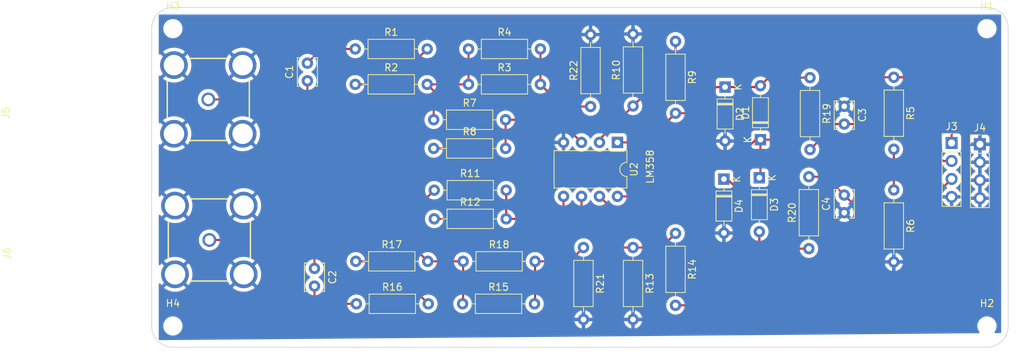
<source format=kicad_pcb>
(kicad_pcb (version 20221018) (generator pcbnew)
  (layers (0 "F.Cu" signal) (31 "B.Cu" signal) (34 "B.Paste" user) (35 "F.Paste" user) (36 "B.SilkS" user "B.Silkscreen") (37 "F.SilkS" user "F.Silkscreen") (38 "B.Mask" user) (39 "F.Mask" user) (44 "Edge.Cuts" user))
  (net 0 "")
  (net 1 "Net-(C1-Pad1)")
  (net 2 "Net-(C1-Pad2)")
  (net 3 "Net-(C2-Pad1)")
  (net 4 "Net-(C2-Pad2)")
  (net 5 "GND")
  (net 6 "/CH_1_OUT")
  (net 7 "/CH_2_OUT")
  (net 8 "+5V")
  (net 9 "Net-(D1-A)")
  (net 10 "Net-(D3-A)")
  (net 11 "Net-(R1-Pad2)")
  (net 12 "/CH_1")
  (net 13 "Net-(R22-Pad1)")
  (net 14 "/Ref_2.5v")
  (net 15 "Net-(U2A-+)")
  (net 16 "Net-(U2A--)")
  (net 17 "/CH_2")
  (net 18 "Net-(U2B-+)")
  (net 19 "Net-(U2B--)")
  (net 20 "Net-(R15-Pad2)")
  (net 21 "Net-(R16-Pad2)")
  (footprint "MountingHole:MountingHole_2.2mm_M2" (layer "F.Cu") (at 105 83)
    (fp_text reference "H3" (at 0 -3.2) (layer "F.SilkS"))
    (fp_text value "MountingHole")
    (pad "" np_thru_hole circle (at 0 0) (size 2.2 2.2) (drill 2.2) (layers "*.Cu" "*.Mask"))
  )
  (footprint "Resistor_THT:R_Axial_DIN0207_L6.3mm_D2.5mm_P10.16mm_Horizontal" (layer "F.Cu") (at 130.92 121.87)
    (fp_text reference "R16" (at 5.08 -2.37) (layer "F.SilkS"))
    (fp_text value "470k")
    (fp_line (start 1.04 0) (end 1.81 0) (stroke (width 0.12)) (layer "F.SilkS"))
    (fp_line (start 1.81 -1.37) (end 1.81 1.37) (stroke (width 0.12)) (layer "F.SilkS"))
    (fp_line (start 1.81 1.37) (end 8.35 1.37) (stroke (width 0.12)) (layer "F.SilkS"))
    (fp_line (start 8.35 -1.37) (end 1.81 -1.37) (stroke (width 0.12)) (layer "F.SilkS"))
    (fp_line (start 8.35 1.37) (end 8.35 -1.37) (stroke (width 0.12)) (layer "F.SilkS"))
    (fp_line (start 9.12 0) (end 8.35 0) (stroke (width 0.12)) (layer "F.SilkS"))
    (pad "1" thru_hole circle (at 0 0) (size 1.6 1.6) (drill 0.8) (layers "*.Cu" "*.Mask") (net 4 "Net-(C2-Pad2)"))
    (pad "2" thru_hole oval (at 10.16 0) (size 1.6 1.6) (drill 0.8) (layers "*.Cu" "*.Mask") (net 21 "Net-(R16-Pad2)"))
  )
  (footprint "Resistor_THT:R_Axial_DIN0207_L6.3mm_D2.5mm_P10.16mm_Horizontal" (layer "F.Cu") (at 206.84 105.79 -90)
    (fp_text reference "R6" (at 5.08 -2.37 90) (layer "F.SilkS"))
    (fp_text value "500k")
    (fp_line (start 1.04 0) (end 1.81 0) (stroke (width 0.12)) (layer "F.SilkS"))
    (fp_line (start 1.81 -1.37) (end 1.81 1.37) (stroke (width 0.12)) (layer "F.SilkS"))
    (fp_line (start 1.81 1.37) (end 8.35 1.37) (stroke (width 0.12)) (layer "F.SilkS"))
    (fp_line (start 8.35 -1.37) (end 1.81 -1.37) (stroke (width 0.12)) (layer "F.SilkS"))
    (fp_line (start 8.35 1.37) (end 8.35 -1.37) (stroke (width 0.12)) (layer "F.SilkS"))
    (fp_line (start 9.12 0) (end 8.35 0) (stroke (width 0.12)) (layer "F.SilkS"))
    (pad "1" thru_hole circle (at 0 0 270) (size 1.6 1.6) (drill 0.8) (layers "*.Cu" "*.Mask") (net 14 "/Ref_2.5v"))
    (pad "2" thru_hole oval (at 10.16 0 270) (size 1.6 1.6) (drill 0.8) (layers "*.Cu" "*.Mask") (net 5 "GND"))
  )
  (footprint "Diode_THT:D_DO-35_SOD27_P7.62mm_Horizontal" (layer "F.Cu") (at 188 98.68 90)
    (fp_text reference "D1" (at 3.81 -2.12 90) (layer "F.SilkS"))
    (fp_text value "1N4148")
    (fp_text user "K" (at 0 -1.8 90) (layer "F.SilkS"))
    (fp_line (start 1.04 0) (end 1.69 0) (stroke (width 0.12)) (layer "F.SilkS"))
    (fp_line (start 1.69 -1.12) (end 1.69 1.12) (stroke (width 0.12)) (layer "F.SilkS"))
    (fp_line (start 1.69 1.12) (end 5.93 1.12) (stroke (width 0.12)) (layer "F.SilkS"))
    (fp_line (start 2.29 -1.12) (end 2.29 1.12) (stroke (width 0.12)) (layer "F.SilkS"))
    (fp_line (start 2.41 -1.12) (end 2.41 1.12) (stroke (width 0.12)) (layer "F.SilkS"))
    (fp_line (start 2.53 -1.12) (end 2.53 1.12) (stroke (width 0.12)) (layer "F.SilkS"))
    (fp_line (start 5.93 -1.12) (end 1.69 -1.12) (stroke (width 0.12)) (layer "F.SilkS"))
    (fp_line (start 5.93 1.12) (end 5.93 -1.12) (stroke (width 0.12)) (layer "F.SilkS"))
    (fp_line (start 6.58 0) (end 5.93 0) (stroke (width 0.12)) (layer "F.SilkS"))
    (pad "1" thru_hole rect (at 0 0 90) (size 1.6 1.6) (drill 0.8) (layers "*.Cu" "*.Mask") (net 8 "+5V"))
    (pad "2" thru_hole oval (at 7.62 0 90) (size 1.6 1.6) (drill 0.8) (layers "*.Cu" "*.Mask") (net 9 "Net-(D1-A)"))
  )
  (footprint "Resistor_THT:R_Axial_DIN0207_L6.3mm_D2.5mm_P10.16mm_Horizontal" (layer "F.Cu") (at 170 113.92 -90)
    (fp_text reference "R13" (at 5.08 -2.37 90) (layer "F.SilkS"))
    (fp_text value "1M")
    (fp_line (start 1.04 0) (end 1.81 0) (stroke (width 0.12)) (layer "F.SilkS"))
    (fp_line (start 1.81 -1.37) (end 1.81 1.37) (stroke (width 0.12)) (layer "F.SilkS"))
    (fp_line (start 1.81 1.37) (end 8.35 1.37) (stroke (width 0.12)) (layer "F.SilkS"))
    (fp_line (start 8.35 -1.37) (end 1.81 -1.37) (stroke (width 0.12)) (layer "F.SilkS"))
    (fp_line (start 8.35 1.37) (end 8.35 -1.37) (stroke (width 0.12)) (layer "F.SilkS"))
    (fp_line (start 9.12 0) (end 8.35 0) (stroke (width 0.12)) (layer "F.SilkS"))
    (pad "1" thru_hole circle (at 0 0 270) (size 1.6 1.6) (drill 0.8) (layers "*.Cu" "*.Mask") (net 19 "Net-(U2B--)"))
    (pad "2" thru_hole oval (at 10.16 0 270) (size 1.6 1.6) (drill 0.8) (layers "*.Cu" "*.Mask") (net 5 "GND"))
  )
  (footprint "Resistor_THT:R_Axial_DIN0207_L6.3mm_D2.5mm_P10.16mm_Horizontal" (layer "F.Cu") (at 170 93.92 90)
    (fp_text reference "R10" (at 5.08 -2.37 90) (layer "F.SilkS"))
    (fp_text value "1M")
    (fp_line (start 1.04 0) (end 1.81 0) (stroke (width 0.12)) (layer "F.SilkS"))
    (fp_line (start 1.81 -1.37) (end 1.81 1.37) (stroke (width 0.12)) (layer "F.SilkS"))
    (fp_line (start 1.81 1.37) (end 8.35 1.37) (stroke (width 0.12)) (layer "F.SilkS"))
    (fp_line (start 8.35 -1.37) (end 1.81 -1.37) (stroke (width 0.12)) (layer "F.SilkS"))
    (fp_line (start 8.35 1.37) (end 8.35 -1.37) (stroke (width 0.12)) (layer "F.SilkS"))
    (fp_line (start 9.12 0) (end 8.35 0) (stroke (width 0.12)) (layer "F.SilkS"))
    (pad "1" thru_hole circle (at 0 0 90) (size 1.6 1.6) (drill 0.8) (layers "*.Cu" "*.Mask") (net 16 "Net-(U2A--)"))
    (pad "2" thru_hole oval (at 10.16 0 90) (size 1.6 1.6) (drill 0.8) (layers "*.Cu" "*.Mask") (net 5 "GND"))
  )
  (footprint "Resistor_THT:R_Axial_DIN0207_L6.3mm_D2.5mm_P10.16mm_Horizontal" (layer "F.Cu") (at 145.92 121.87)
    (fp_text reference "R15" (at 5.08 -2.37) (layer "F.SilkS"))
    (fp_text value "100k")
    (fp_line (start 1.04 0) (end 1.81 0) (stroke (width 0.12)) (layer "F.SilkS"))
    (fp_line (start 1.81 -1.37) (end 1.81 1.37) (stroke (width 0.12)) (layer "F.SilkS"))
    (fp_line (start 1.81 1.37) (end 8.35 1.37) (stroke (width 0.12)) (layer "F.SilkS"))
    (fp_line (start 8.35 -1.37) (end 1.81 -1.37) (stroke (width 0.12)) (layer "F.SilkS"))
    (fp_line (start 8.35 1.37) (end 8.35 -1.37) (stroke (width 0.12)) (layer "F.SilkS"))
    (fp_line (start 9.12 0) (end 8.35 0) (stroke (width 0.12)) (layer "F.SilkS"))
    (pad "1" thru_hole circle (at 0 0) (size 1.6 1.6) (drill 0.8) (layers "*.Cu" "*.Mask") (net 17 "/CH_2"))
    (pad "2" thru_hole oval (at 10.16 0) (size 1.6 1.6) (drill 0.8) (layers "*.Cu" "*.Mask") (net 20 "Net-(R15-Pad2)"))
  )
  (footprint "Capacitor_THT:C_Disc_D3.8mm_W2.6mm_P2.50mm" (layer "F.Cu") (at 199.84 109 90)
    (fp_text reference "C4" (at 1.25 -2.55 90) (layer "F.SilkS"))
    (fp_text value "100nF")
    (fp_line (start -0.77 -1.42) (end -0.77 -0.795) (stroke (width 0.12)) (layer "F.SilkS"))
    (fp_line (start -0.77 -1.42) (end 3.27 -1.42) (stroke (width 0.12)) (layer "F.SilkS"))
    (fp_line (start -0.77 0.795) (end -0.77 1.42) (stroke (width 0.12)) (layer "F.SilkS"))
    (fp_line (start -0.77 1.42) (end 3.27 1.42) (stroke (width 0.12)) (layer "F.SilkS"))
    (fp_line (start 3.27 -1.42) (end 3.27 -0.795) (stroke (width 0.12)) (layer "F.SilkS"))
    (fp_line (start 3.27 0.795) (end 3.27 1.42) (stroke (width 0.12)) (layer "F.SilkS"))
    (pad "1" thru_hole circle (at 0 0 90) (size 1.6 1.6) (drill 0.8) (layers "*.Cu" "*.Mask") (net 5 "GND"))
    (pad "2" thru_hole circle (at 2.5 0 90) (size 1.6 1.6) (drill 0.8) (layers "*.Cu" "*.Mask") (net 7 "/CH_2_OUT"))
  )
  (footprint "Connector_PinHeader_2.54mm:PinHeader_1x04_P2.54mm_Vertical" (layer "F.Cu") (at 219 99.33)
    (fp_text reference "J4" (at 0 -2.33) (layer "F.SilkS"))
    (fp_text value "Conn_01x04_Pin")
    (fp_line (start -1.33 -1.33) (end 0 -1.33) (stroke (width 0.12)) (layer "F.SilkS"))
    (fp_line (start -1.33 0) (end -1.33 -1.33) (stroke (width 0.12)) (layer "F.SilkS"))
    (fp_line (start -1.33 1.27) (end -1.33 8.95) (stroke (width 0.12)) (layer "F.SilkS"))
    (fp_line (start -1.33 1.27) (end 1.33 1.27) (stroke (width 0.12)) (layer "F.SilkS"))
    (fp_line (start -1.33 8.95) (end 1.33 8.95) (stroke (width 0.12)) (layer "F.SilkS"))
    (fp_line (start 1.33 1.27) (end 1.33 8.95) (stroke (width 0.12)) (layer "F.SilkS"))
    (pad "1" thru_hole rect (at 0 0) (size 1.7 1.7) (drill 1) (layers "*.Cu" "*.Mask") (net 5 "GND"))
    (pad "2" thru_hole oval (at 0 2.54) (size 1.7 1.7) (drill 1) (layers "*.Cu" "*.Mask") (net 5 "GND"))
    (pad "3" thru_hole oval (at 0 5.08) (size 1.7 1.7) (drill 1) (layers "*.Cu" "*.Mask") (net 5 "GND"))
    (pad "4" thru_hole oval (at 0 7.62) (size 1.7 1.7) (drill 1) (layers "*.Cu" "*.Mask") (net 5 "GND"))
  )
  (footprint "Resistor_THT:R_Axial_DIN0207_L6.3mm_D2.5mm_P10.16mm_Horizontal" (layer "F.Cu") (at 206.84 89.87 -90)
    (fp_text reference "R5" (at 5.08 -2.37 90) (layer "F.SilkS"))
    (fp_text value "500k")
    (fp_line (start 1.04 0) (end 1.81 0) (stroke (width 0.12)) (layer "F.SilkS"))
    (fp_line (start 1.81 -1.37) (end 1.81 1.37) (stroke (width 0.12)) (layer "F.SilkS"))
    (fp_line (start 1.81 1.37) (end 8.35 1.37) (stroke (width 0.12)) (layer "F.SilkS"))
    (fp_line (start 8.35 -1.37) (end 1.81 -1.37) (stroke (width 0.12)) (layer "F.SilkS"))
    (fp_line (start 8.35 1.37) (end 8.35 -1.37) (stroke (width 0.12)) (layer "F.SilkS"))
    (fp_line (start 9.12 0) (end 8.35 0) (stroke (width 0.12)) (layer "F.SilkS"))
    (pad "1" thru_hole circle (at 0 0 270) (size 1.6 1.6) (drill 0.8) (layers "*.Cu" "*.Mask") (net 8 "+5V"))
    (pad "2" thru_hole oval (at 10.16 0 270) (size 1.6 1.6) (drill 0.8) (layers "*.Cu" "*.Mask") (net 14 "/Ref_2.5v"))
  )
  (footprint "Resistor_THT:R_Axial_DIN0207_L6.3mm_D2.5mm_P10.16mm_Horizontal" (layer "F.Cu") (at 195 89.92 -90)
    (fp_text reference "R19" (at 5.08 -2.37 90) (layer "F.SilkS"))
    (fp_text value "1k")
    (fp_line (start 1.04 0) (end 1.81 0) (stroke (width 0.12)) (layer "F.SilkS"))
    (fp_line (start 1.81 -1.37) (end 1.81 1.37) (stroke (width 0.12)) (layer "F.SilkS"))
    (fp_line (start 1.81 1.37) (end 8.35 1.37) (stroke (width 0.12)) (layer "F.SilkS"))
    (fp_line (start 8.35 -1.37) (end 1.81 -1.37) (stroke (width 0.12)) (layer "F.SilkS"))
    (fp_line (start 8.35 1.37) (end 8.35 -1.37) (stroke (width 0.12)) (layer "F.SilkS"))
    (fp_line (start 9.12 0) (end 8.35 0) (stroke (width 0.12)) (layer "F.SilkS"))
    (pad "1" thru_hole circle (at 0 0 270) (size 1.6 1.6) (drill 0.8) (layers "*.Cu" "*.Mask") (net 9 "Net-(D1-A)"))
    (pad "2" thru_hole oval (at 10.16 0 270) (size 1.6 1.6) (drill 0.8) (layers "*.Cu" "*.Mask") (net 6 "/CH_1_OUT"))
  )
  (footprint "Connector_PinHeader_2.54mm:PinHeader_1x04_P2.54mm_Vertical" (layer "F.Cu") (at 215 99.15)
    (fp_text reference "J3" (at 0 -2.33) (layer "F.SilkS"))
    (fp_text value "Conn_01x04_Pin")
    (fp_line (start -1.33 -1.33) (end 0 -1.33) (stroke (width 0.12)) (layer "F.SilkS"))
    (fp_line (start -1.33 0) (end -1.33 -1.33) (stroke (width 0.12)) (layer "F.SilkS"))
    (fp_line (start -1.33 1.27) (end -1.33 8.95) (stroke (width 0.12)) (layer "F.SilkS"))
    (fp_line (start -1.33 1.27) (end 1.33 1.27) (stroke (width 0.12)) (layer "F.SilkS"))
    (fp_line (start -1.33 8.95) (end 1.33 8.95) (stroke (width 0.12)) (layer "F.SilkS"))
    (fp_line (start 1.33 1.27) (end 1.33 8.95) (stroke (width 0.12)) (layer "F.SilkS"))
    (pad "1" thru_hole rect (at 0 0) (size 1.7 1.7) (drill 1) (layers "*.Cu" "*.Mask") (net 8 "+5V"))
    (pad "2" thru_hole oval (at 0 2.54) (size 1.7 1.7) (drill 1) (layers "*.Cu" "*.Mask") (net 6 "/CH_1_OUT"))
    (pad "3" thru_hole oval (at 0 5.08) (size 1.7 1.7) (drill 1) (layers "*.Cu" "*.Mask") (net 7 "/CH_2_OUT"))
    (pad "4" thru_hole oval (at 0 7.62) (size 1.7 1.7) (drill 1) (layers "*.Cu" "*.Mask") (net 5 "GND"))
  )
  (footprint "Resistor_THT:R_Axial_DIN0207_L6.3mm_D2.5mm_P10.16mm_Horizontal" (layer "F.Cu") (at 176 111.92 -90)
    (fp_text reference "R14" (at 5.08 -2.37 90) (layer "F.SilkS"))
    (fp_text value "1M")
    (fp_line (start 1.04 0) (end 1.81 0) (stroke (width 0.12)) (layer "F.SilkS"))
    (fp_line (start 1.81 -1.37) (end 1.81 1.37) (stroke (width 0.12)) (layer "F.SilkS"))
    (fp_line (start 1.81 1.37) (end 8.35 1.37) (stroke (width 0.12)) (layer "F.SilkS"))
    (fp_line (start 8.35 -1.37) (end 1.81 -1.37) (stroke (width 0.12)) (layer "F.SilkS"))
    (fp_line (start 8.35 1.37) (end 8.35 -1.37) (stroke (width 0.12)) (layer "F.SilkS"))
    (fp_line (start 9.12 0) (end 8.35 0) (stroke (width 0.12)) (layer "F.SilkS"))
    (pad "1" thru_hole circle (at 0 0 270) (size 1.6 1.6) (drill 0.8) (layers "*.Cu" "*.Mask") (net 19 "Net-(U2B--)"))
    (pad "2" thru_hole oval (at 10.16 0 270) (size 1.6 1.6) (drill 0.8) (layers "*.Cu" "*.Mask") (net 10 "Net-(D3-A)"))
  )
  (footprint "Resistor_THT:R_Axial_DIN0207_L6.3mm_D2.5mm_P10.16mm_Horizontal" (layer "F.Cu") (at 130.76 90.87)
    (fp_text reference "R2" (at 5.08 -2.37) (layer "F.SilkS"))
    (fp_text value "470k")
    (fp_line (start 1.04 0) (end 1.81 0) (stroke (width 0.12)) (layer "F.SilkS"))
    (fp_line (start 1.81 -1.37) (end 1.81 1.37) (stroke (width 0.12)) (layer "F.SilkS"))
    (fp_line (start 1.81 1.37) (end 8.35 1.37) (stroke (width 0.12)) (layer "F.SilkS"))
    (fp_line (start 8.35 -1.37) (end 1.81 -1.37) (stroke (width 0.12)) (layer "F.SilkS"))
    (fp_line (start 8.35 1.37) (end 8.35 -1.37) (stroke (width 0.12)) (layer "F.SilkS"))
    (fp_line (start 9.12 0) (end 8.35 0) (stroke (width 0.12)) (layer "F.SilkS"))
    (pad "1" thru_hole circle (at 0 0) (size 1.6 1.6) (drill 0.8) (layers "*.Cu" "*.Mask") (net 11 "Net-(R1-Pad2)"))
    (pad "2" thru_hole oval (at 10.16 0) (size 1.6 1.6) (drill 0.8) (layers "*.Cu" "*.Mask") (net 12 "/CH_1"))
  )
  (footprint "Resistor_THT:R_Axial_DIN0207_L6.3mm_D2.5mm_P10.16mm_Horizontal" (layer "F.Cu") (at 194.84 114.08 90)
    (fp_text reference "R20" (at 5.08 -2.37 90) (layer "F.SilkS"))
    (fp_text value "1k")
    (fp_line (start 1.04 0) (end 1.81 0) (stroke (width 0.12)) (layer "F.SilkS"))
    (fp_line (start 1.81 -1.37) (end 1.81 1.37) (stroke (width 0.12)) (layer "F.SilkS"))
    (fp_line (start 1.81 1.37) (end 8.35 1.37) (stroke (width 0.12)) (layer "F.SilkS"))
    (fp_line (start 8.35 -1.37) (end 1.81 -1.37) (stroke (width 0.12)) (layer "F.SilkS"))
    (fp_line (start 8.35 1.37) (end 8.35 -1.37) (stroke (width 0.12)) (layer "F.SilkS"))
    (fp_line (start 9.12 0) (end 8.35 0) (stroke (width 0.12)) (layer "F.SilkS"))
    (pad "1" thru_hole circle (at 0 0 90) (size 1.6 1.6) (drill 0.8) (layers "*.Cu" "*.Mask") (net 10 "Net-(D3-A)"))
    (pad "2" thru_hole oval (at 10.16 0 90) (size 1.6 1.6) (drill 0.8) (layers "*.Cu" "*.Mask") (net 7 "/CH_2_OUT"))
  )
  (footprint "MountingHole:MountingHole_2.2mm_M2" (layer "F.Cu") (at 220 125)
    (fp_text reference "H2" (at 0 -3.2) (layer "F.SilkS"))
    (fp_text value "MountingHole")
    (pad "" np_thru_hole circle (at 0 0) (size 2.2 2.2) (drill 2.2) (layers "*.Cu" "*.Mask"))
  )
  (footprint "Resistor_THT:R_Axial_DIN0207_L6.3mm_D2.5mm_P10.16mm_Horizontal" (layer "F.Cu") (at 176 84.79 -90)
    (fp_text reference "R9" (at 5.08 -2.37 90) (layer "F.SilkS"))
    (fp_text value "1M")
    (fp_line (start 1.04 0) (end 1.81 0) (stroke (width 0.12)) (layer "F.SilkS"))
    (fp_line (start 1.81 -1.37) (end 1.81 1.37) (stroke (width 0.12)) (layer "F.SilkS"))
    (fp_line (start 1.81 1.37) (end 8.35 1.37) (stroke (width 0.12)) (layer "F.SilkS"))
    (fp_line (start 8.35 -1.37) (end 1.81 -1.37) (stroke (width 0.12)) (layer "F.SilkS"))
    (fp_line (start 8.35 1.37) (end 8.35 -1.37) (stroke (width 0.12)) (layer "F.SilkS"))
    (fp_line (start 9.12 0) (end 8.35 0) (stroke (width 0.12)) (layer "F.SilkS"))
    (pad "1" thru_hole circle (at 0 0 270) (size 1.6 1.6) (drill 0.8) (layers "*.Cu" "*.Mask") (net 16 "Net-(U2A--)"))
    (pad "2" thru_hole oval (at 10.16 0 270) (size 1.6 1.6) (drill 0.8) (layers "*.Cu" "*.Mask") (net 9 "Net-(D1-A)"))
  )
  (footprint "Resistor_THT:R_Axial_DIN0207_L6.3mm_D2.5mm_P10.16mm_Horizontal" (layer "F.Cu") (at 141.92 105.82)
    (fp_text reference "R11" (at 5.08 -2.37) (layer "F.SilkS"))
    (fp_text value "1M")
    (fp_line (start 1.04 0) (end 1.81 0) (stroke (width 0.12)) (layer "F.SilkS"))
    (fp_line (start 1.81 -1.37) (end 1.81 1.37) (stroke (width 0.12)) (layer "F.SilkS"))
    (fp_line (start 1.81 1.37) (end 8.35 1.37) (stroke (width 0.12)) (layer "F.SilkS"))
    (fp_line (start 8.35 -1.37) (end 1.81 -1.37) (stroke (width 0.12)) (layer "F.SilkS"))
    (fp_line (start 8.35 1.37) (end 8.35 -1.37) (stroke (width 0.12)) (layer "F.SilkS"))
    (fp_line (start 9.12 0) (end 8.35 0) (stroke (width 0.12)) (layer "F.SilkS"))
    (pad "1" thru_hole circle (at 0 0) (size 1.6 1.6) (drill 0.8) (layers "*.Cu" "*.Mask") (net 17 "/CH_2"))
    (pad "2" thru_hole oval (at 10.16 0) (size 1.6 1.6) (drill 0.8) (layers "*.Cu" "*.Mask") (net 18 "Net-(U2B-+)"))
  )
  (footprint "Resistor_THT:R_Axial_DIN0207_L6.3mm_D2.5mm_P10.16mm_Horizontal" (layer "F.Cu") (at 141.84 99.92)
    (fp_text reference "R8" (at 5.08 -2.37) (layer "F.SilkS"))
    (fp_text value "1M")
    (fp_line (start 1.04 0) (end 1.81 0) (stroke (width 0.12)) (layer "F.SilkS"))
    (fp_line (start 1.81 -1.37) (end 1.81 1.37) (stroke (width 0.12)) (layer "F.SilkS"))
    (fp_line (start 1.81 1.37) (end 8.35 1.37) (stroke (width 0.12)) (layer "F.SilkS"))
    (fp_line (start 8.35 -1.37) (end 1.81 -1.37) (stroke (width 0.12)) (layer "F.SilkS"))
    (fp_line (start 8.35 1.37) (end 8.35 -1.37) (stroke (width 0.12)) (layer "F.SilkS"))
    (fp_line (start 9.12 0) (end 8.35 0) (stroke (width 0.12)) (layer "F.SilkS"))
    (pad "1" thru_hole circle (at 0 0) (size 1.6 1.6) (drill 0.8) (layers "*.Cu" "*.Mask") (net 14 "/Ref_2.5v"))
    (pad "2" thru_hole oval (at 10.16 0) (size 1.6 1.6) (drill 0.8) (layers "*.Cu" "*.Mask") (net 15 "Net-(U2A-+)"))
  )
  (footprint "Capacitor_THT:C_Disc_D3.8mm_W2.6mm_P2.50mm" (layer "F.Cu") (at 125 116.87 -90)
    (fp_text reference "C2" (at 1.25 -2.55 -90) (layer "F.SilkS"))
    (fp_text value "100pF")
    (fp_line (start -0.77 -1.42) (end -0.77 -0.795) (stroke (width 0.12)) (layer "F.SilkS"))
    (fp_line (start -0.77 -1.42) (end 3.27 -1.42) (stroke (width 0.12)) (layer "F.SilkS"))
    (fp_line (start -0.77 0.795) (end -0.77 1.42) (stroke (width 0.12)) (layer "F.SilkS"))
    (fp_line (start -0.77 1.42) (end 3.27 1.42) (stroke (width 0.12)) (layer "F.SilkS"))
    (fp_line (start 3.27 -1.42) (end 3.27 -0.795) (stroke (width 0.12)) (layer "F.SilkS"))
    (fp_line (start 3.27 0.795) (end 3.27 1.42) (stroke (width 0.12)) (layer "F.SilkS"))
    (pad "1" thru_hole circle (at 0 0 270) (size 1.6 1.6) (drill 0.8) (layers "*.Cu" "*.Mask") (net 3 "Net-(C2-Pad1)"))
    (pad "2" thru_hole circle (at 2.5 0 270) (size 1.6 1.6) (drill 0.8) (layers "*.Cu" "*.Mask") (net 4 "Net-(C2-Pad2)"))
  )
  (footprint "Resistor_THT:R_Axial_DIN0207_L6.3mm_D2.5mm_P10.16mm_Horizontal" (layer "F.Cu") (at 141.84 95.87)
    (fp_text reference "R7" (at 5.08 -2.37) (layer "F.SilkS"))
    (fp_text value "1M")
    (fp_line (start 1.04 0) (end 1.81 0) (stroke (width 0.12)) (layer "F.SilkS"))
    (fp_line (start 1.81 -1.37) (end 1.81 1.37) (stroke (width 0.12)) (layer "F.SilkS"))
    (fp_line (start 1.81 1.37) (end 8.35 1.37) (stroke (width 0.12)) (layer "F.SilkS"))
    (fp_line (start 8.35 -1.37) (end 1.81 -1.37) (stroke (width 0.12)) (layer "F.SilkS"))
    (fp_line (start 8.35 1.37) (end 8.35 -1.37) (stroke (width 0.12)) (layer "F.SilkS"))
    (fp_line (start 9.12 0) (end 8.35 0) (stroke (width 0.12)) (layer "F.SilkS"))
    (pad "1" thru_hole circle (at 0 0) (size 1.6 1.6) (drill 0.8) (layers "*.Cu" "*.Mask") (net 12 "/CH_1"))
    (pad "2" thru_hole oval (at 10.16 0) (size 1.6 1.6) (drill 0.8) (layers "*.Cu" "*.Mask") (net 15 "Net-(U2A-+)"))
  )
  (footprint "Package_DIP:DIP-8_W7.62mm" (layer "F.Cu") (at 167.8 99.07 -90)
    (fp_text reference "U2" (at 3.81 -2.33 90) (layer "F.SilkS"))
    (fp_text value "LM358")
    (fp_line (start 1.16 -1.33) (end 1.16 8.95) (stroke (width 0.12)) (layer "F.SilkS"))
    (fp_line (start 1.16 8.95) (end 6.46 8.95) (stroke (width 0.12)) (layer "F.SilkS"))
    (fp_line (start 2.81 -1.33) (end 1.16 -1.33) (stroke (width 0.12)) (layer "F.SilkS"))
    (fp_line (start 6.46 -1.33) (end 4.81 -1.33) (stroke (width 0.12)) (layer "F.SilkS"))
    (fp_line (start 6.46 8.95) (end 6.46 -1.33) (stroke (width 0.12)) (layer "F.SilkS"))
    (fp_arc (start 4.81 -1.33) (mid 3.81 -0.33) (end 2.81 -1.33) (stroke (width 0.12)) (layer "F.SilkS"))
    (pad "1" thru_hole rect (at 0 0 270) (size 1.6 1.6) (drill 0.8) (layers "*.Cu" "*.Mask") (net 9 "Net-(D1-A)"))
    (pad "2" thru_hole oval (at 0 2.54 270) (size 1.6 1.6) (drill 0.8) (layers "*.Cu" "*.Mask") (net 16 "Net-(U2A--)"))
    (pad "3" thru_hole oval (at 0 5.08 270) (size 1.6 1.6) (drill 0.8) (layers "*.Cu" "*.Mask") (net 15 "Net-(U2A-+)"))
    (pad "4" thru_hole oval (at 0 7.62 270) (size 1.6 1.6) (drill 0.8) (layers "*.Cu" "*.Mask") (net 5 "GND"))
    (pad "5" thru_hole oval (at 7.62 7.62 270) (size 1.6 1.6) (drill 0.8) (layers "*.Cu" "*.Mask") (net 18 "Net-(U2B-+)"))
    (pad "6" thru_hole oval (at 7.62 5.08 270) (size 1.6 1.6) (drill 0.8) (layers "*.Cu" "*.Mask") (net 19 "Net-(U2B--)"))
    (pad "7" thru_hole oval (at 7.62 2.54 270) (size 1.6 1.6) (drill 0.8) (layers "*.Cu" "*.Mask") (net 10 "Net-(D3-A)"))
    (pad "8" thru_hole oval (at 7.62 0 270) (size 1.6 1.6) (drill 0.8) (layers "*.Cu" "*.Mask") (net 8 "+5V"))
  )
  (footprint "Resistor_THT:R_Axial_DIN0207_L6.3mm_D2.5mm_P10.16mm_Horizontal" (layer "F.Cu") (at 146.76 90.87)
    (fp_text reference "R3" (at 5.08 -2.37) (layer "F.SilkS"))
    (fp_text value "100k")
    (fp_line (start 1.04 0) (end 1.81 0) (stroke (width 0.12)) (layer "F.SilkS"))
    (fp_line (start 1.81 -1.37) (end 1.81 1.37) (stroke (width 0.12)) (layer "F.SilkS"))
    (fp_line (start 1.81 1.37) (end 8.35 1.37) (stroke (width 0.12)) (layer "F.SilkS"))
    (fp_line (start 8.35 -1.37) (end 1.81 -1.37) (stroke (width 0.12)) (layer "F.SilkS"))
    (fp_line (start 8.35 1.37) (end 8.35 -1.37) (stroke (width 0.12)) (layer "F.SilkS"))
    (fp_line (start 9.12 0) (end 8.35 0) (stroke (width 0.12)) (layer "F.SilkS"))
    (pad "1" thru_hole circle (at 0 0) (size 1.6 1.6) (drill 0.8) (layers "*.Cu" "*.Mask") (net 12 "/CH_1"))
    (pad "2" thru_hole oval (at 10.16 0) (size 1.6 1.6) (drill 0.8) (layers "*.Cu" "*.Mask") (net 13 "Net-(R22-Pad1)"))
  )
  (footprint "Resistor_THT:R_Axial_DIN0207_L6.3mm_D2.5mm_P10.16mm_Horizontal" (layer "F.Cu") (at 146.76 85.87)
    (fp_text reference "R4" (at 5.08 -2.37) (layer "F.SilkS"))
    (fp_text value "100k")
    (fp_line (start 1.04 0) (end 1.81 0) (stroke (width 0.12)) (layer "F.SilkS"))
    (fp_line (start 1.81 -1.37) (end 1.81 1.37) (stroke (width 0.12)) (layer "F.SilkS"))
    (fp_line (start 1.81 1.37) (end 8.35 1.37) (stroke (width 0.12)) (layer "F.SilkS"))
    (fp_line (start 8.35 -1.37) (end 1.81 -1.37) (stroke (width 0.12)) (layer "F.SilkS"))
    (fp_line (start 8.35 1.37) (end 8.35 -1.37) (stroke (width 0.12)) (layer "F.SilkS"))
    (fp_line (start 9.12 0) (end 8.35 0) (stroke (width 0.12)) (layer "F.SilkS"))
    (pad "1" thru_hole circle (at 0 0) (size 1.6 1.6) (drill 0.8) (layers "*.Cu" "*.Mask") (net 12 "/CH_1"))
    (pad "2" thru_hole oval (at 10.16 0) (size 1.6 1.6) (drill 0.8) (layers "*.Cu" "*.Mask") (net 13 "Net-(R22-Pad1)"))
  )
  (footprint "Capacitor_THT:C_Disc_D3.8mm_W2.6mm_P2.50mm" (layer "F.Cu") (at 124 90.37 90)
    (fp_text reference "C1" (at 1.25 -2.55 90) (layer "F.SilkS"))
    (fp_text value "100pF")
    (fp_line (start -0.77 -1.42) (end -0.77 -0.795) (stroke (width 0.12)) (layer "F.SilkS"))
    (fp_line (start -0.77 -1.42) (end 3.27 -1.42) (stroke (width 0.12)) (layer "F.SilkS"))
    (fp_line (start -0.77 0.795) (end -0.77 1.42) (stroke (width 0.12)) (layer "F.SilkS"))
    (fp_line (start -0.77 1.42) (end 3.27 1.42) (stroke (width 0.12)) (layer "F.SilkS"))
    (fp_line (start 3.27 -1.42) (end 3.27 -0.795) (stroke (width 0.12)) (layer "F.SilkS"))
    (fp_line (start 3.27 0.795) (end 3.27 1.42) (stroke (width 0.12)) (layer "F.SilkS"))
    (pad "1" thru_hole circle (at 0 0 90) (size 1.6 1.6) (drill 0.8) (layers "*.Cu" "*.Mask") (net 1 "Net-(C1-Pad1)"))
    (pad "2" thru_hole circle (at 2.5 0 90) (size 1.6 1.6) (drill 0.8) (layers "*.Cu" "*.Mask") (net 2 "Net-(C1-Pad2)"))
  )
  (footprint "Resistor_THT:R_Axial_DIN0207_L6.3mm_D2.5mm_P10.16mm_Horizontal" (layer "F.Cu") (at 130.84 115.87)
    (fp_text reference "R17" (at 5.08 -2.37) (layer "F.SilkS"))
    (fp_text value "470k")
    (fp_line (start 1.04 0) (end 1.81 0) (stroke (width 0.12)) (layer "F.SilkS"))
    (fp_line (start 1.81 -1.37) (end 1.81 1.37) (stroke (width 0.12)) (layer "F.SilkS"))
    (fp_line (start 1.81 1.37) (end 8.35 1.37) (stroke (width 0.12)) (layer "F.SilkS"))
    (fp_line (start 8.35 -1.37) (end 1.81 -1.37) (stroke (width 0.12)) (layer "F.SilkS"))
    (fp_line (start 8.35 1.37) (end 8.35 -1.37) (stroke (width 0.12)) (layer "F.SilkS"))
    (fp_line (start 9.12 0) (end 8.35 0) (stroke (width 0.12)) (layer "F.SilkS"))
    (pad "1" thru_hole circle (at 0 0) (size 1.6 1.6) (drill 0.8) (layers "*.Cu" "*.Mask") (net 21 "Net-(R16-Pad2)"))
    (pad "2" thru_hole oval (at 10.16 0) (size 1.6 1.6) (drill 0.8) (layers "*.Cu" "*.Mask") (net 17 "/CH_2"))
  )
  (footprint "Resistor_THT:R_Axial_DIN0207_L6.3mm_D2.5mm_P10.16mm_Horizontal" (layer "F.Cu") (at 146 115.87)
    (fp_text reference "R18" (at 5.08 -2.37) (layer "F.SilkS"))
    (fp_text value "100k")
    (fp_line (start 1.04 0) (end 1.81 0) (stroke (width 0.12)) (layer "F.SilkS"))
    (fp_line (start 1.81 -1.37) (end 1.81 1.37) (stroke (width 0.12)) (layer "F.SilkS"))
    (fp_line (start 1.81 1.37) (end 8.35 1.37) (stroke (width 0.12)) (layer "F.SilkS"))
    (fp_line (start 8.35 -1.37) (end 1.81 -1.37) (stroke (width 0.12)) (layer "F.SilkS"))
    (fp_line (start 8.35 1.37) (end 8.35 -1.37) (stroke (width 0.12)) (layer "F.SilkS"))
    (fp_line (start 9.12 0) (end 8.35 0) (stroke (width 0.12)) (layer "F.SilkS"))
    (pad "1" thru_hole circle (at 0 0) (size 1.6 1.6) (drill 0.8) (layers "*.Cu" "*.Mask") (net 17 "/CH_2"))
    (pad "2" thru_hole oval (at 10.16 0) (size 1.6 1.6) (drill 0.8) (layers "*.Cu" "*.Mask") (net 20 "Net-(R15-Pad2)"))
  )
  (footprint "Diode_THT:D_DO-35_SOD27_P7.62mm_Horizontal" (layer "F.Cu") (at 183 91.25 -90)
    (fp_text reference "D2" (at 3.81 -2.12 90) (layer "F.SilkS"))
    (fp_text value "1N4148")
    (fp_text user "K" (at 0 -1.8 90) (layer "F.SilkS"))
    (fp_line (start 1.04 0) (end 1.69 0) (stroke (width 0.12)) (layer "F.SilkS"))
    (fp_line (start 1.69 -1.12) (end 1.69 1.12) (stroke (width 0.12)) (layer "F.SilkS"))
    (fp_line (start 1.69 1.12) (end 5.93 1.12) (stroke (width 0.12)) (layer "F.SilkS"))
    (fp_line (start 2.29 -1.12) (end 2.29 1.12) (stroke (width 0.12)) (layer "F.SilkS"))
    (fp_line (start 2.41 -1.12) (end 2.41 1.12) (stroke (width 0.12)) (layer "F.SilkS"))
    (fp_line (start 2.53 -1.12) (end 2.53 1.12) (stroke (width 0.12)) (layer "F.SilkS"))
    (fp_line (start 5.93 -1.12) (end 1.69 -1.12) (stroke (width 0.12)) (layer "F.SilkS"))
    (fp_line (start 5.93 1.12) (end 5.93 -1.12) (stroke (width 0.12)) (layer "F.SilkS"))
    (fp_line (start 6.58 0) (end 5.93 0) (stroke (width 0.12)) (layer "F.SilkS"))
    (pad "1" thru_hole rect (at 0 0 270) (size 1.6 1.6) (drill 0.8) (layers "*.Cu" "*.Mask") (net 9 "Net-(D1-A)"))
    (pad "2" thru_hole oval (at 7.62 0 270) (size 1.6 1.6) (drill 0.8) (layers "*.Cu" "*.Mask") (net 5 "GND"))
  )
  (footprint "BNC7T-J-P-XX-RA-BH1:SAMTEC_BNC7T-J-P-XX-RA-BH1" (layer "F.Cu") (at 110 93 90)
    (fp_text reference "J5" (at -1.905 -28.575 90) (layer "F.SilkS"))
    (fp_text value "BNC7T-J-P-XX-RA-BH1")
    (fp_line (start -5.8 -2.65) (end -5.8 2.65) (stroke (width 0.2)) (layer "F.SilkS"))
    (fp_line (start -2.65 -5.8) (end 2.65 -5.8) (stroke (width 0.2)) (layer "F.SilkS"))
    (fp_line (start -2.65 5.8) (end 2.65 5.8) (stroke (width 0.2)) (layer "F.SilkS"))
    (fp_line (start 5.8 2.65) (end 5.8 -2.65) (stroke (width 0.2)) (layer "F.SilkS"))
    (pad "1" thru_hole circle (at 0 0 90) (size 1.95 1.95) (drill 1.3) (layers "*.Cu" "*.Mask") (net 1 "Net-(C1-Pad1)"))
    (pad "S1" thru_hole circle (at -4.85 -4.85 90) (size 3.916 3.916) (drill 2.9) (layers "*.Cu" "*.Mask") (net 5 "GND"))
    (pad "S2" thru_hole circle (at 4.85 -4.85 90) (size 3.916 3.916) (drill 2.9) (layers "*.Cu" "*.Mask") (net 5 "GND"))
    (pad "S3" thru_hole circle (at 4.85 4.85 90) (size 3.916 3.916) (drill 2.9) (layers "*.Cu" "*.Mask") (net 5 "GND"))
    (pad "S4" thru_hole circle (at -4.85 4.85 90) (size 3.916 3.916) (drill 2.9) (layers "*.Cu" "*.Mask") (net 5 "GND"))
  )
  (footprint "Diode_THT:D_DO-35_SOD27_P7.62mm_Horizontal" (layer "F.Cu") (at 182.84 104.25 -90)
    (fp_text reference "D4" (at 3.81 -2.12 90) (layer "F.SilkS"))
    (fp_text value "1N4148")
    (fp_text user "K" (at 0 -1.8 90) (layer "F.SilkS"))
    (fp_line (start 1.04 0) (end 1.69 0) (stroke (width 0.12)) (layer "F.SilkS"))
    (fp_line (start 1.69 -1.12) (end 1.69 1.12) (stroke (width 0.12)) (layer "F.SilkS"))
    (fp_line (start 1.69 1.12) (end 5.93 1.12) (stroke (width 0.12)) (layer "F.SilkS"))
    (fp_line (start 2.29 -1.12) (end 2.29 1.12) (stroke (width 0.12)) (layer "F.SilkS"))
    (fp_line (start 2.41 -1.12) (end 2.41 1.12) (stroke (width 0.12)) (layer "F.SilkS"))
    (fp_line (start 2.53 -1.12) (end 2.53 1.12) (stroke (width 0.12)) (layer "F.SilkS"))
    (fp_line (start 5.93 -1.12) (end 1.69 -1.12) (stroke (width 0.12)) (layer "F.SilkS"))
    (fp_line (start 5.93 1.12) (end 5.93 -1.12) (stroke (width 0.12)) (layer "F.SilkS"))
    (fp_line (start 6.58 0) (end 5.93 0) (stroke (width 0.12)) (layer "F.SilkS"))
    (pad "1" thru_hole rect (at 0 0 270) (size 1.6 1.6) (drill 0.8) (layers "*.Cu" "*.Mask") (net 10 "Net-(D3-A)"))
    (pad "2" thru_hole oval (at 7.62 0 270) (size 1.6 1.6) (drill 0.8) (layers "*.Cu" "*.Mask") (net 5 "GND"))
  )
  (footprint "Capacitor_THT:C_Disc_D3.8mm_W2.6mm_P2.50mm" (layer "F.Cu") (at 199.84 93.97 -90)
    (fp_text reference "C3" (at 1.25 -2.55 -90) (layer "F.SilkS"))
    (fp_text value "100nF")
    (fp_line (start -0.77 -1.42) (end -0.77 -0.795) (stroke (width 0.12)) (layer "F.SilkS"))
    (fp_line (start -0.77 -1.42) (end 3.27 -1.42) (stroke (width 0.12)) (layer "F.SilkS"))
    (fp_line (start -0.77 0.795) (end -0.77 1.42) (stroke (width 0.12)) (layer "F.SilkS"))
    (fp_line (start -0.77 1.42) (end 3.27 1.42) (stroke (width 0.12)) (layer "F.SilkS"))
    (fp_line (start 3.27 -1.42) (end 3.27 -0.795) (stroke (width 0.12)) (layer "F.SilkS"))
    (fp_line (start 3.27 0.795) (end 3.27 1.42) (stroke (width 0.12)) (layer "F.SilkS"))
    (pad "1" thru_hole circle (at 0 0 270) (size 1.6 1.6) (drill 0.8) (layers "*.Cu" "*.Mask") (net 5 "GND"))
    (pad "2" thru_hole circle (at 2.5 0 270) (size 1.6 1.6) (drill 0.8) (layers "*.Cu" "*.Mask") (net 6 "/CH_1_OUT"))
  )
  (footprint "Resistor_THT:R_Axial_DIN0207_L6.3mm_D2.5mm_P10.16mm_Horizontal" (layer "F.Cu") (at 163 113.92 -90)
    (fp_text reference "R21" (at 5.08 -2.37 90) (layer "F.SilkS"))
    (fp_text value "10k")
    (fp_line (start 1.04 0) (end 1.81 0) (stroke (width 0.12)) (layer "F.SilkS"))
    (fp_line (start 1.81 -1.37) (end 1.81 1.37) (stroke (width 0.12)) (layer "F.SilkS"))
    (fp_line (start 1.81 1.37) (end 8.35 1.37) (stroke (width 0.12)) (layer "F.SilkS"))
    (fp_line (start 8.35 -1.37) (end 1.81 -1.37) (stroke (width 0.12)) (layer "F.SilkS"))
    (fp_line (start 8.35 1.37) (end 8.35 -1.37) (stroke (width 0.12)) (layer "F.SilkS"))
    (fp_line (start 9.12 0) (end 8.35 0) (stroke (width 0.12)) (layer "F.SilkS"))
    (pad "1" thru_hole circle (at 0 0 270) (size 1.6 1.6) (drill 0.8) (layers "*.Cu" "*.Mask") (net 20 "Net-(R15-Pad2)"))
    (pad "2" thru_hole oval (at 10.16 0 270) (size 1.6 1.6) (drill 0.8) (layers "*.Cu" "*.Mask") (net 5 "GND"))
  )
  (footprint "MountingHole:MountingHole_2.2mm_M2" (layer "F.Cu") (at 105 125)
    (fp_text reference "H4" (at 0 -3.2) (layer "F.SilkS"))
    (fp_text value "MountingHole")
    (pad "" np_thru_hole circle (at 0 0) (size 2.2 2.2) (drill 2.2) (layers "*.Cu" "*.Mask"))
  )
  (footprint "Resistor_THT:R_Axial_DIN0207_L6.3mm_D2.5mm_P10.16mm_Horizontal" (layer "F.Cu") (at 130.76 85.87)
    (fp_text reference "R1" (at 5.08 -2.37) (layer "F.SilkS"))
    (fp_text value "470k")
    (fp_line (start 1.04 0) (end 1.81 0) (stroke (width 0.12)) (layer "F.SilkS"))
    (fp_line (start 1.81 -1.37) (end 1.81 1.37) (stroke (width 0.12)) (layer "F.SilkS"))
    (fp_line (start 1.81 1.37) (end 8.35 1.37) (stroke (width 0.12)) (layer "F.SilkS"))
    (fp_line (start 8.35 -1.37) (end 1.81 -1.37) (stroke (width 0.12)) (layer "F.SilkS"))
    (fp_line (start 8.35 1.37) (end 8.35 -1.37) (stroke (width 0.12)) (layer "F.SilkS"))
    (fp_line (start 9.12 0) (end 8.35 0) (stroke (width 0.12)) (layer "F.SilkS"))
    (pad "1" thru_hole circle (at 0 0) (size 1.6 1.6) (drill 0.8) (layers "*.Cu" "*.Mask") (net 2 "Net-(C1-Pad2)"))
    (pad "2" thru_hole oval (at 10.16 0) (size 1.6 1.6) (drill 0.8) (layers "*.Cu" "*.Mask") (net 11 "Net-(R1-Pad2)"))
  )
  (footprint "MountingHole:MountingHole_2.2mm_M2" (layer "F.Cu") (at 220 83)
    (fp_text reference "H1" (at 0 -3.2) (layer "F.SilkS"))
    (fp_text value "MountingHole")
    (pad "" np_thru_hole circle (at 0 0) (size 2.2 2.2) (drill 2.2) (layers "*.Cu" "*.Mask"))
  )
  (footprint "Diode_THT:D_DO-35_SOD27_P7.62mm_Horizontal" (layer "F.Cu") (at 187.84 104.06 -90)
    (fp_text reference "D3" (at 3.81 -2.12 90) (layer "F.SilkS"))
    (fp_text value "1N4148")
    (fp_text user "K" (at 0 -1.8 90) (layer "F.SilkS"))
    (fp_line (start 1.04 0) (end 1.69 0) (stroke (width 0.12)) (layer "F.SilkS"))
    (fp_line (start 1.69 -1.12) (end 1.69 1.12) (stroke (width 0.12)) (layer "F.SilkS"))
    (fp_line (start 1.69 1.12) (end 5.93 1.12) (stroke (width 0.12)) (layer "F.SilkS"))
    (fp_line (start 2.29 -1.12) (end 2.29 1.12) (stroke (width 0.12)) (layer "F.SilkS"))
    (fp_line (start 2.41 -1.12) (end 2.41 1.12) (stroke (width 0.12)) (layer "F.SilkS"))
    (fp_line (start 2.53 -1.12) (end 2.53 1.12) (stroke (width 0.12)) (layer "F.SilkS"))
    (fp_line (start 5.93 -1.12) (end 1.69 -1.12) (stroke (width 0.12)) (layer "F.SilkS"))
    (fp_line (start 5.93 1.12) (end 5.93 -1.12) (stroke (width 0.12)) (layer "F.SilkS"))
    (fp_line (start 6.58 0) (end 5.93 0) (stroke (width 0.12)) (layer "F.SilkS"))
    (pad "1" thru_hole rect (at 0 0 270) (size 1.6 1.6) (drill 0.8) (layers "*.Cu" "*.Mask") (net 8 "+5V"))
    (pad "2" thru_hole oval (at 7.62 0 270) (size 1.6 1.6) (drill 0.8) (layers "*.Cu" "*.Mask") (net 10 "Net-(D3-A)"))
  )
  (footprint "BNC7T-J-P-XX-RA-BH1:SAMTEC_BNC7T-J-P-XX-RA-BH1" (layer "F.Cu") (at 110.15 112.85 90)
    (fp_text reference "J6" (at -1.905 -28.575 90) (layer "F.SilkS"))
    (fp_text value "BNC7T-J-P-XX-RA-BH1")
    (fp_line (start -5.8 -2.65) (end -5.8 2.65) (stroke (width 0.2)) (layer "F.SilkS"))
    (fp_line (start -2.65 -5.8) (end 2.65 -5.8) (stroke (width 0.2)) (layer "F.SilkS"))
    (fp_line (start -2.65 5.8) (end 2.65 5.8) (stroke (width 0.2)) (layer "F.SilkS"))
    (fp_line (start 5.8 2.65) (end 5.8 -2.65) (stroke (width 0.2)) (layer "F.SilkS"))
    (pad "1" thru_hole circle (at 0 0 90) (size 1.95 1.95) (drill 1.3) (layers "*.Cu" "*.Mask") (net 3 "Net-(C2-Pad1)"))
    (pad "S1" thru_hole circle (at -4.85 -4.85 90) (size 3.916 3.916) (drill 2.9) (layers "*.Cu" "*.Mask") (net 5 "GND"))
    (pad "S2" thru_hole circle (at 4.85 -4.85 90) (size 3.916 3.916) (drill 2.9) (layers "*.Cu" "*.Mask") (net 5 "GND"))
    (pad "S3" thru_hole circle (at 4.85 4.85 90) (size 3.916 3.916) (drill 2.9) (layers "*.Cu" "*.Mask") (net 5 "GND"))
    (pad "S4" thru_hole circle (at -4.85 4.85 90) (size 3.916 3.916) (drill 2.9) (layers "*.Cu" "*.Mask") (net 5 "GND"))
  )
  (footprint "Resistor_THT:R_Axial_DIN0207_L6.3mm_D2.5mm_P10.16mm_Horizontal" (layer "F.Cu") (at 141.92 109.87)
    (fp_text reference "R12" (at 5.08 -2.37) (layer "F.SilkS"))
    (fp_text value "1M")
    (fp_line (start 1.04 0) (end 1.81 0) (stroke (width 0.12)) (layer "F.SilkS"))
    (fp_line (start 1.81 -1.37) (end 1.81 1.37) (stroke (width 0.12)) (layer "F.SilkS"))
    (fp_line (start 1.81 1.37) (end 8.35 1.37) (stroke (width 0.12)) (layer "F.SilkS"))
    (fp_line (start 8.35 -1.37) (end 1.81 -1.37) (stroke (width 0.12)) (layer "F.SilkS"))
    (fp_line (start 8.35 1.37) (end 8.35 -1.37) (stroke (width 0.12)) (layer "F.SilkS"))
    (fp_line (start 9.12 0) (end 8.35 0) (stroke (width 0.12)) (layer "F.SilkS"))
    (pad "1" thru_hole circle (at 0 0) (size 1.6 1.6) (drill 0.8) (layers "*.Cu" "*.Mask") (net 14 "/Ref_2.5v"))
    (pad "2" thru_hole oval (at 10.16 0) (size 1.6 1.6) (drill 0.8) (layers "*.Cu" "*.Mask") (net 18 "Net-(U2B-+)"))
  )
  (footprint "Resistor_THT:R_Axial_DIN0207_L6.3mm_D2.5mm_P10.16mm_Horizontal" (layer "F.Cu") (at 164 94 90)
    (fp_text reference "R22" (at 5.08 -2.37 90) (layer "F.SilkS"))
    (fp_text value "10k")
    (fp_line (start 1.04 0) (end 1.81 0) (stroke (width 0.12)) (layer "F.SilkS"))
    (fp_line (start 1.81 -1.37) (end 1.81 1.37) (stroke (width 0.12)) (layer "F.SilkS"))
    (fp_line (start 1.81 1.37) (end 8.35 1.37) (stroke (width 0.12)) (layer "F.SilkS"))
    (fp_line (start 8.35 -1.37) (end 1.81 -1.37) (stroke (width 0.12)) (layer "F.SilkS"))
    (fp_line (start 8.35 1.37) (end 8.35 -1.37) (stroke (width 0.12)) (layer "F.SilkS"))
    (fp_line (start 9.12 0) (end 8.35 0) (stroke (width 0.12)) (layer "F.SilkS"))
    (pad "1" thru_hole circle (at 0 0 90) (size 1.6 1.6) (drill 0.8) (layers "*.Cu" "*.Mask") (net 13 "Net-(R22-Pad1)"))
    (pad "2" thru_hole oval (at 10.16 0 90) (size 1.6 1.6) (drill 0.8) (layers "*.Cu" "*.Mask") (net 5 "GND"))
  )
  (gr_line (start 105 128) (end 220 128) (stroke (width 0.1)) (layer "Edge.Cuts"))
  (gr_line (start 105 80) (end 220 80) (stroke (width 0.1)) (layer "Edge.Cuts"))
  (gr_line (start 223 83) (end 223 125) (stroke (width 0.1)) (layer "Edge.Cuts"))
  (gr_arc (start 223 125) (mid 222.12132 127.12132) (end 220 128) (stroke (width 0.1)) (layer "Edge.Cuts"))
  (gr_arc (start 220 80) (mid 222.12132 80.87868) (end 223 83) (stroke (width 0.1)) (layer "Edge.Cuts"))
  (gr_arc (start 102 83) (mid 102.87868 80.87868) (end 105 80) (stroke (width 0.1)) (layer "Edge.Cuts"))
  (gr_line (start 102 83) (end 102 125) (stroke (width 0.1)) (layer "Edge.Cuts"))
  (gr_arc (start 105 128) (mid 102.87868 127.12132) (end 102 125) (stroke (width 0.1)) (layer "Edge.Cuts"))
  (gr_text "LM358\n" (at 173 105 90) (layer "F.SilkS") (effects (font (size 1 1)) (justify left bottom)))
  (segment (start 124 92) (end 124 90.37) (width 0.3) (layer "F.Cu") (net 1))
  (segment (start 110 93) (end 123 93) (width 0.3) (layer "F.Cu") (net 1))
  (segment (start 123 93) (end 124 92) (width 0.3) (layer "F.Cu") (net 1))
  (segment (start 126 85.87) (end 124 87.87) (width 0.3) (layer "F.Cu") (net 2))
  (segment (start 130.76 85.87) (end 126 85.87) (width 0.3) (layer "F.Cu") (net 2))
  (segment (start 110.15 112.85) (end 122.85 112.85) (width 0.3) (layer "F.Cu") (net 3))
  (segment (start 122.85 112.85) (end 125 115) (width 0.3) (layer "F.Cu") (net 3))
  (segment (start 125 115) (end 125 116.87) (width 0.3) (layer "F.Cu") (net 3))
  (segment (start 125 119.37) (end 125 121) (width 0.3) (layer "F.Cu") (net 4))
  (segment (start 125 121) (end 125.87 121.87) (width 0.3) (layer "F.Cu") (net 4))
  (segment (start 125.87 121.87) (end 130.92 121.87) (width 0.3) (layer "F.Cu") (net 4))
  (segment (start 198.61 96.47) (end 195 100.08) (width 0.3) (layer "F.Cu") (net 6))
  (segment (start 208.47 96.47) (end 199.84 96.47) (width 0.3) (layer "F.Cu") (net 6))
  (segment (start 215 101.69) (end 213.797919 101.69) (width 0.3) (layer "F.Cu") (net 6))
  (segment (start 210.107919 98) (end 210 98) (width 0.3) (layer "F.Cu") (net 6))
  (segment (start 199.84 96.47) (end 198.61 96.47) (width 0.3) (layer "F.Cu") (net 6))
  (segment (start 210 98) (end 208.47 96.47) (width 0.3) (layer "F.Cu") (net 6))
  (segment (start 213.797919 101.69) (end 210.107919 98) (width 0.3) (layer "F.Cu") (net 6))
  (segment (start 208.23 111) (end 215 104.23) (width 0.3) (layer "F.Cu") (net 7))
  (segment (start 204.34 111) (end 208.23 111) (width 0.3) (layer "F.Cu") (net 7))
  (segment (start 199.84 106.5) (end 204.34 111) (width 0.3) (layer "F.Cu") (net 7))
  (segment (start 194.84 103.92) (end 197.26 103.92) (width 0.3) (layer "F.Cu") (net 7))
  (segment (start 197.26 103.92) (end 199.84 106.5) (width 0.3) (layer "F.Cu") (net 7))
  (segment (start 188 103.9) (end 187.84 104.06) (width 0.3) (layer "F.Cu") (net 8))
  (segment (start 208 89.87) (end 199.13 89.87) (width 0.3) (layer "F.Cu") (net 8))
  (segment (start 209.87 89.87) (end 215 95) (width 0.3) (layer "F.Cu") (net 8))
  (segment (start 167.8 106.69) (end 176.31 106.69) (width 0.3) (layer "F.Cu") (net 8))
  (segment (start 182 101) (end 185 101) (width 0.3) (layer "F.Cu") (net 8))
  (segment (start 188 98.68) (end 188 103.9) (width 0.3) (layer "F.Cu") (net 8))
  (segment (start 208 89.87) (end 209.87 89.87) (width 0.3) (layer "F.Cu") (net 8))
  (segment (start 187.32 98.68) (end 188 98.68) (width 0.3) (layer "F.Cu") (net 8))
  (segment (start 190.32 98.68) (end 188 98.68) (width 0.3) (layer "F.Cu") (net 8))
  (segment (start 185 101) (end 187.32 98.68) (width 0.3) (layer "F.Cu") (net 8))
  (segment (start 215 95) (end 215 99.15) (width 0.3) (layer "F.Cu") (net 8))
  (segment (start 176.31 106.69) (end 182 101) (width 0.3) (layer "F.Cu") (net 8))
  (segment (start 206.84 89.87) (end 208 89.87) (width 0.3) (layer "F.Cu") (net 8))
  (segment (start 199.13 89.87) (end 190.32 98.68) (width 0.3) (layer "F.Cu") (net 8))
  (segment (start 178.05 94.95) (end 181.75 91.25) (width 0.3) (layer "F.Cu") (net 9))
  (segment (start 176 94.95) (end 171.88 99.07) (width 0.3) (layer "F.Cu") (net 9))
  (segment (start 183 91.25) (end 187.81 91.25) (width 0.3) (layer "F.Cu") (net 9))
  (segment (start 187.81 91.25) (end 188 91.06) (width 0.3) (layer "F.Cu") (net 9))
  (segment (start 195 89.92) (end 189.14 89.92) (width 0.3) (layer "F.Cu") (net 9))
  (segment (start 176 94.95) (end 178.05 94.95) (width 0.3) (layer "F.Cu") (net 9))
  (segment (start 181.75 91.25) (end 183 91.25) (width 0.3) (layer "F.Cu") (net 9))
  (segment (start 167.8 99.07) (end 171.88 99.07) (width 0.3) (layer "F.Cu") (net 9))
  (segment (start 189.14 89.92) (end 188 91.06) (width 0.3) (layer "F.Cu") (net 9))
  (segment (start 179.92 122.08) (end 187.84 114.16) (width 0.3) (layer "F.Cu") (net 10))
  (segment (start 176 122.08) (end 179.92 122.08) (width 0.3) (layer "F.Cu") (net 10))
  (segment (start 169.04 110.47) (end 178.47 110.47) (width 0.3) (layer "F.Cu") (net 10))
  (segment (start 186 115) (end 187.84 113.16) (width 0.3) (layer "F.Cu") (net 10))
  (segment (start 187.84 113.16) (end 187.84 111.68) (width 0.3) (layer "F.Cu") (net 10))
  (segment (start 178.47 110.47) (end 183 115) (width 0.3) (layer "F.Cu") (net 10))
  (segment (start 165.26 106.69) (end 169.04 110.47) (width 0.3) (layer "F.Cu") (net 10))
  (segment (start 193.16 114.08) (end 194.84 114.08) (width 0.3) (layer "F.Cu") (net 10))
  (segment (start 183 115) (end 186 115) (width 0.3) (layer "F.Cu") (net 10))
  (segment (start 183.33 104.25) (end 193.16 114.08) (width 0.3) (layer "F.Cu") (net 10))
  (segment (start 187.84 114.16) (end 187.84 111.68) (width 0.3) (layer "F.Cu") (net 10))
  (segment (start 182.84 104.25) (end 183.33 104.25) (width 0.3) (layer "F.Cu") (net 10))
  (segment (start 135.92 90.87) (end 140.92 85.87) (width 0.3) (layer "F.Cu") (net 11))
  (segment (start 130.76 90.87) (end 135.92 90.87) (width 0.3) (layer "F.Cu") (net 11))
  (segment (start 141.84 95.87) (end 141.84 91.79) (width 0.3) (layer "F.Cu") (net 12))
  (segment (start 141.84 91.79) (end 140.92 90.87) (width 0.3) (layer "F.Cu") (net 12))
  (segment (start 146.76 85.87) (end 146.76 90.87) (width 0.3) (layer "F.Cu") (net 12))
  (segment (start 140.92 90.87) (end 146.76 90.87) (width 0.3) (layer "F.Cu") (net 12))
  (segment (start 164 94) (end 160.05 94) (width 0.3) (layer "F.Cu") (net 13))
  (segment (start 160.05 94) (end 156.92 90.87) (width 0.3) (layer "F.Cu") (net 13))
  (segment (start 156.92 85.87) (end 156.92 90.87) (width 0.3) (layer "F.Cu") (net 13))
  (segment (start 146 101) (end 144.92 99.92) (width 0.3) (layer "F.Cu") (net 14))
  (segment (start 144.92 99.92) (end 141.84 99.92) (width 0.3) (layer "F.Cu") (net 14))
  (segment (start 141.92 109.87) (end 144.13 109.87) (width 0.3) (layer "F.Cu") (net 14))
  (segment (start 206.84 105.79) (end 206.84 100.03) (width 0.3) (layer "F.Cu") (net 14))
  (segment (start 144.13 109.87) (end 146 108) (width 0.3) (layer "F.Cu") (net 14))
  (segment (start 146 108) (end 146 101) (width 0.3) (layer "F.Cu") (net 14))
  (segment (start 162.72 99.07) (end 159.52 95.87) (width 0.3) (layer "F.Cu") (net 15))
  (segment (start 159.52 95.87) (end 152 95.87) (width 0.3) (layer "F.Cu") (net 15))
  (segment (start 152 95.87) (end 152 99.92) (width 0.3) (layer "F.Cu") (net 15))
  (segment (start 170 93.92) (end 165.26 98.66) (width 0.3) (layer "F.Cu") (net 16))
  (segment (start 165.26 98.66) (end 165.26 99.07) (width 0.3) (layer "F.Cu") (net 16))
  (segment (start 176 84.79) (end 176 87.92) (width 0.3) (layer "F.Cu") (net 16))
  (segment (start 176 87.92) (end 170 93.92) (width 0.3) (layer "F.Cu") (net 16))
  (segment (start 146 115.87) (end 146 121.79) (width 0.3) (layer "F.Cu") (net 17))
  (segment (start 141 115.87) (end 146 115.87) (width 0.3) (layer "F.Cu") (net 17))
  (segment (start 146 121.79) (end 145.92 121.87) (width 0.3) (layer "F.Cu") (net 17))
  (segment (start 141.92 105.82) (end 139 108.74) (width 0.3) (layer "F.Cu") (net 17))
  (segment (start 139 108.74) (end 139 113.87) (width 0.3) (layer "F.Cu") (net 17))
  (segment (start 139 113.87) (end 141 115.87) (width 0.3) (layer "F.Cu") (net 17))
  (segment (start 160.18 108.82) (end 159 110) (width 0.3) (layer "F.Cu") (net 18))
  (segment (start 152.08 105.82) (end 152.08 109.87) (width 0.3) (layer "F.Cu") (net 18))
  (segment (start 160.18 106.69) (end 160.18 108.82) (width 0.3) (layer "F.Cu") (net 18))
  (segment (start 159 110) (end 158.87 109.87) (width 0.3) (layer "F.Cu") (net 18))
  (segment (start 158.87 109.87) (end 152.08 109.87) (width 0.3) (layer "F.Cu") (net 18))
  (segment (start 172.92 113.92) (end 170 113.92) (width 0.3) (layer "F.Cu") (net 19))
  (segment (start 167.92 113.92) (end 170 113.92) (width 0.3) (layer "F.Cu") (net 19))
  (segment (start 173 114) (end 172.92 113.92) (width 0.3) (layer "F.Cu") (net 19))
  (segment (start 162.72 108.72) (end 167.92 113.92) (width 0.3) (layer "F.Cu") (net 19))
  (segment (start 173.92 114) (end 173 114) (width 0.3) (layer "F.Cu") (net 19))
  (segment (start 162.72 106.69) (end 162.72 108.72) (width 0.3) (layer "F.Cu") (net 19))
  (segment (start 176 111.92) (end 173.92 114) (width 0.3) (layer "F.Cu") (net 19))
  (segment (start 161.05 115.87) (end 163 113.92) (width 0.3) (layer "F.Cu") (net 20))
  (segment (start 156.16 115.87) (end 156.16 121.79) (width 0.3) (layer "F.Cu") (net 20))
  (segment (start 156.16 115.87) (end 161.05 115.87) (width 0.3) (layer "F.Cu") (net 20))
  (segment (start 156.16 121.79) (end 156.08 121.87) (width 0.3) (layer "F.Cu") (net 20))
  (segment (start 135.08 115.87) (end 141.08 121.87) (width 0.3) (layer "F.Cu") (net 21))
  (segment (start 130.84 115.87) (end 135.08 115.87) (width 0.3) (layer "F.Cu") (net 21))
  (zone (net 5) (net_name "GND") (layer "B.Cu") (connect_pads (clearance 0.5)) (min_thickness 0.25) (fill yes (thermal_gap 0.5) (thermal_bridge_width 0.5))
    (polygon (pts (xy 103 81) (xy 222 81) (xy 222 126) (xy 103 127)))
  )
)
</source>
